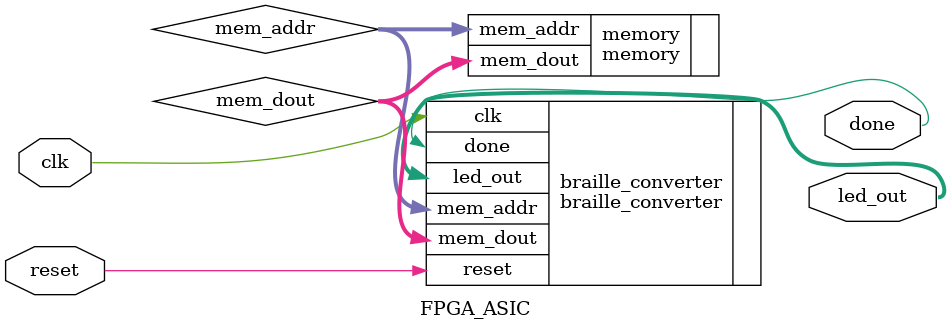
<source format=v>
module	FPGA_ASIC	(
			clk,
			reset,

			led_out,
            done
			);

// port declaration

input	clk;
input	reset;

output	[5:0]	led_out;
output done;

// data type declaration

wire	[7:0]	mem_addr;
wire	[7:0]	mem_dout;
wire	[5:0]	led_out;

// function description

memory	memory	(
		.mem_addr(mem_addr),

		.mem_dout(mem_dout)
		);

braille_converter braille_converter (
			.clk(clk),               
			.reset(reset),                
			.mem_dout(mem_dout),

			.mem_addr(mem_addr),  
			.led_out(led_out),   
            .done(done)     
			);

endmodule
</source>
